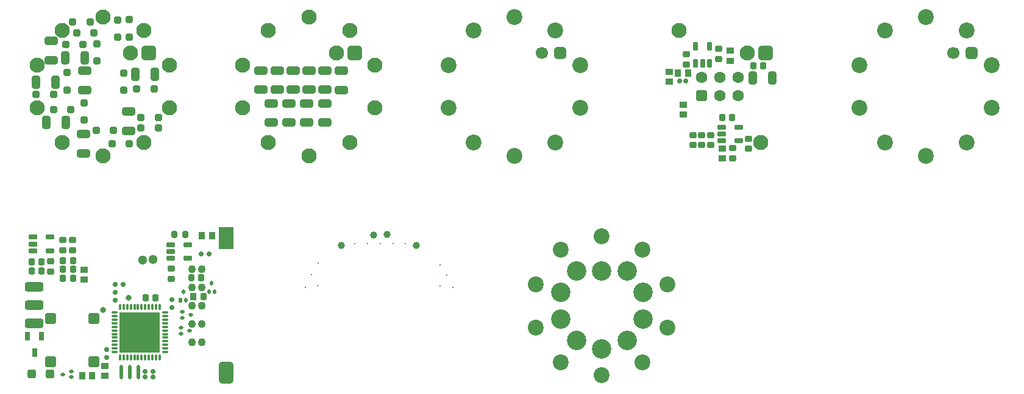
<source format=gts>
G04 Layer_Color=8388736*
%FSLAX25Y25*%
%MOIN*%
G70*
G01*
G75*
%ADD48C,0.03937*%
%ADD55C,0.03150*%
G04:AMPARAMS|DCode=86|XSize=70.87mil|YSize=47.24mil|CornerRadius=12.8mil|HoleSize=0mil|Usage=FLASHONLY|Rotation=180.000|XOffset=0mil|YOffset=0mil|HoleType=Round|Shape=RoundedRectangle|*
%AMROUNDEDRECTD86*
21,1,0.07087,0.02165,0,0,180.0*
21,1,0.04528,0.04724,0,0,180.0*
1,1,0.02559,-0.02264,0.01083*
1,1,0.02559,0.02264,0.01083*
1,1,0.02559,0.02264,-0.01083*
1,1,0.02559,-0.02264,-0.01083*
%
%ADD86ROUNDEDRECTD86*%
%ADD87R,0.03937X0.03543*%
G04:AMPARAMS|DCode=88|XSize=27.56mil|YSize=47.24mil|CornerRadius=7.87mil|HoleSize=0mil|Usage=FLASHONLY|Rotation=90.000|XOffset=0mil|YOffset=0mil|HoleType=Round|Shape=RoundedRectangle|*
%AMROUNDEDRECTD88*
21,1,0.02756,0.03150,0,0,90.0*
21,1,0.01181,0.04724,0,0,90.0*
1,1,0.01575,0.01575,0.00591*
1,1,0.01575,0.01575,-0.00591*
1,1,0.01575,-0.01575,-0.00591*
1,1,0.01575,-0.01575,0.00591*
%
%ADD88ROUNDEDRECTD88*%
G04:AMPARAMS|DCode=89|XSize=39.37mil|YSize=35.43mil|CornerRadius=9.84mil|HoleSize=0mil|Usage=FLASHONLY|Rotation=180.000|XOffset=0mil|YOffset=0mil|HoleType=Round|Shape=RoundedRectangle|*
%AMROUNDEDRECTD89*
21,1,0.03937,0.01575,0,0,180.0*
21,1,0.01969,0.03543,0,0,180.0*
1,1,0.01969,-0.00984,0.00787*
1,1,0.01969,0.00984,0.00787*
1,1,0.01969,0.00984,-0.00787*
1,1,0.01969,-0.00984,-0.00787*
%
%ADD89ROUNDEDRECTD89*%
G04:AMPARAMS|DCode=90|XSize=39.37mil|YSize=35.43mil|CornerRadius=9.84mil|HoleSize=0mil|Usage=FLASHONLY|Rotation=90.000|XOffset=0mil|YOffset=0mil|HoleType=Round|Shape=RoundedRectangle|*
%AMROUNDEDRECTD90*
21,1,0.03937,0.01575,0,0,90.0*
21,1,0.01969,0.03543,0,0,90.0*
1,1,0.01969,0.00787,0.00984*
1,1,0.01969,0.00787,-0.00984*
1,1,0.01969,-0.00787,-0.00984*
1,1,0.01969,-0.00787,0.00984*
%
%ADD90ROUNDEDRECTD90*%
G04:AMPARAMS|DCode=91|XSize=23.62mil|YSize=23.62mil|CornerRadius=6.89mil|HoleSize=0mil|Usage=FLASHONLY|Rotation=180.000|XOffset=0mil|YOffset=0mil|HoleType=Round|Shape=RoundedRectangle|*
%AMROUNDEDRECTD91*
21,1,0.02362,0.00984,0,0,180.0*
21,1,0.00984,0.02362,0,0,180.0*
1,1,0.01378,-0.00492,0.00492*
1,1,0.01378,0.00492,0.00492*
1,1,0.01378,0.00492,-0.00492*
1,1,0.01378,-0.00492,-0.00492*
%
%ADD91ROUNDEDRECTD91*%
G04:AMPARAMS|DCode=92|XSize=70.87mil|YSize=47.24mil|CornerRadius=12.8mil|HoleSize=0mil|Usage=FLASHONLY|Rotation=270.000|XOffset=0mil|YOffset=0mil|HoleType=Round|Shape=RoundedRectangle|*
%AMROUNDEDRECTD92*
21,1,0.07087,0.02165,0,0,270.0*
21,1,0.04528,0.04724,0,0,270.0*
1,1,0.02559,-0.01083,-0.02264*
1,1,0.02559,-0.01083,0.02264*
1,1,0.02559,0.01083,0.02264*
1,1,0.02559,0.01083,-0.02264*
%
%ADD92ROUNDEDRECTD92*%
G04:AMPARAMS|DCode=93|XSize=27.56mil|YSize=47.24mil|CornerRadius=7.87mil|HoleSize=0mil|Usage=FLASHONLY|Rotation=180.000|XOffset=0mil|YOffset=0mil|HoleType=Round|Shape=RoundedRectangle|*
%AMROUNDEDRECTD93*
21,1,0.02756,0.03150,0,0,180.0*
21,1,0.01181,0.04724,0,0,180.0*
1,1,0.01575,-0.00591,0.01575*
1,1,0.01575,0.00591,0.01575*
1,1,0.01575,0.00591,-0.01575*
1,1,0.01575,-0.00591,-0.01575*
%
%ADD93ROUNDEDRECTD93*%
%ADD94R,0.03543X0.03937*%
G04:AMPARAMS|DCode=95|XSize=39.37mil|YSize=39.37mil|CornerRadius=10.83mil|HoleSize=0mil|Usage=FLASHONLY|Rotation=270.000|XOffset=0mil|YOffset=0mil|HoleType=Round|Shape=RoundedRectangle|*
%AMROUNDEDRECTD95*
21,1,0.03937,0.01772,0,0,270.0*
21,1,0.01772,0.03937,0,0,270.0*
1,1,0.02165,-0.00886,-0.00886*
1,1,0.02165,-0.00886,0.00886*
1,1,0.02165,0.00886,0.00886*
1,1,0.02165,0.00886,-0.00886*
%
%ADD95ROUNDEDRECTD95*%
G04:AMPARAMS|DCode=96|XSize=39.37mil|YSize=39.37mil|CornerRadius=10.83mil|HoleSize=0mil|Usage=FLASHONLY|Rotation=0.000|XOffset=0mil|YOffset=0mil|HoleType=Round|Shape=RoundedRectangle|*
%AMROUNDEDRECTD96*
21,1,0.03937,0.01772,0,0,0.0*
21,1,0.01772,0.03937,0,0,0.0*
1,1,0.02165,0.00886,-0.00886*
1,1,0.02165,-0.00886,-0.00886*
1,1,0.02165,-0.00886,0.00886*
1,1,0.02165,0.00886,0.00886*
%
%ADD96ROUNDEDRECTD96*%
G04:AMPARAMS|DCode=97|XSize=23.62mil|YSize=27.56mil|CornerRadius=6.89mil|HoleSize=0mil|Usage=FLASHONLY|Rotation=90.000|XOffset=0mil|YOffset=0mil|HoleType=Round|Shape=RoundedRectangle|*
%AMROUNDEDRECTD97*
21,1,0.02362,0.01378,0,0,90.0*
21,1,0.00984,0.02756,0,0,90.0*
1,1,0.01378,0.00689,0.00492*
1,1,0.01378,0.00689,-0.00492*
1,1,0.01378,-0.00689,-0.00492*
1,1,0.01378,-0.00689,0.00492*
%
%ADD97ROUNDEDRECTD97*%
G04:AMPARAMS|DCode=98|XSize=39.37mil|YSize=31.5mil|CornerRadius=8.86mil|HoleSize=0mil|Usage=FLASHONLY|Rotation=90.000|XOffset=0mil|YOffset=0mil|HoleType=Round|Shape=RoundedRectangle|*
%AMROUNDEDRECTD98*
21,1,0.03937,0.01378,0,0,90.0*
21,1,0.02165,0.03150,0,0,90.0*
1,1,0.01772,0.00689,0.01083*
1,1,0.01772,0.00689,-0.01083*
1,1,0.01772,-0.00689,-0.01083*
1,1,0.01772,-0.00689,0.01083*
%
%ADD98ROUNDEDRECTD98*%
G04:AMPARAMS|DCode=99|XSize=29.53mil|YSize=47.24mil|CornerRadius=8.37mil|HoleSize=0mil|Usage=FLASHONLY|Rotation=90.000|XOffset=0mil|YOffset=0mil|HoleType=Round|Shape=RoundedRectangle|*
%AMROUNDEDRECTD99*
21,1,0.02953,0.03051,0,0,90.0*
21,1,0.01280,0.04724,0,0,90.0*
1,1,0.01673,0.01526,0.00640*
1,1,0.01673,0.01526,-0.00640*
1,1,0.01673,-0.01526,-0.00640*
1,1,0.01673,-0.01526,0.00640*
%
%ADD99ROUNDEDRECTD99*%
G04:AMPARAMS|DCode=100|XSize=48.94mil|YSize=48.94mil|CornerRadius=13.22mil|HoleSize=0mil|Usage=FLASHONLY|Rotation=90.000|XOffset=0mil|YOffset=0mil|HoleType=Round|Shape=RoundedRectangle|*
%AMROUNDEDRECTD100*
21,1,0.04894,0.02250,0,0,90.0*
21,1,0.02250,0.04894,0,0,90.0*
1,1,0.02644,0.01125,0.01125*
1,1,0.02644,0.01125,-0.01125*
1,1,0.02644,-0.01125,-0.01125*
1,1,0.02644,-0.01125,0.01125*
%
%ADD100ROUNDEDRECTD100*%
G04:AMPARAMS|DCode=101|XSize=17.72mil|YSize=25.59mil|CornerRadius=5.41mil|HoleSize=0mil|Usage=FLASHONLY|Rotation=270.000|XOffset=0mil|YOffset=0mil|HoleType=Round|Shape=RoundedRectangle|*
%AMROUNDEDRECTD101*
21,1,0.01772,0.01476,0,0,270.0*
21,1,0.00689,0.02559,0,0,270.0*
1,1,0.01083,-0.00738,-0.00345*
1,1,0.01083,-0.00738,0.00345*
1,1,0.01083,0.00738,0.00345*
1,1,0.01083,0.00738,-0.00345*
%
%ADD101ROUNDEDRECTD101*%
G04:AMPARAMS|DCode=102|XSize=23.62mil|YSize=27.56mil|CornerRadius=6.89mil|HoleSize=0mil|Usage=FLASHONLY|Rotation=0.000|XOffset=0mil|YOffset=0mil|HoleType=Round|Shape=RoundedRectangle|*
%AMROUNDEDRECTD102*
21,1,0.02362,0.01378,0,0,0.0*
21,1,0.00984,0.02756,0,0,0.0*
1,1,0.01378,0.00492,-0.00689*
1,1,0.01378,-0.00492,-0.00689*
1,1,0.01378,-0.00492,0.00689*
1,1,0.01378,0.00492,0.00689*
%
%ADD102ROUNDEDRECTD102*%
%ADD103O,0.01378X0.03740*%
%ADD104O,0.03740X0.01378*%
%ADD105R,0.22441X0.22441*%
G04:AMPARAMS|DCode=106|XSize=39.37mil|YSize=35.43mil|CornerRadius=0mil|HoleSize=0mil|Usage=FLASHONLY|Rotation=90.000|XOffset=0mil|YOffset=0mil|HoleType=Round|Shape=Octagon|*
%AMOCTAGOND106*
4,1,8,0.00886,0.01969,-0.00886,0.01969,-0.01772,0.01083,-0.01772,-0.01083,-0.00886,-0.01969,0.00886,-0.01969,0.01772,-0.01083,0.01772,0.01083,0.00886,0.01969,0.0*
%
%ADD106OCTAGOND106*%

G04:AMPARAMS|DCode=107|XSize=17.72mil|YSize=25.59mil|CornerRadius=5.41mil|HoleSize=0mil|Usage=FLASHONLY|Rotation=180.000|XOffset=0mil|YOffset=0mil|HoleType=Round|Shape=RoundedRectangle|*
%AMROUNDEDRECTD107*
21,1,0.01772,0.01476,0,0,180.0*
21,1,0.00689,0.02559,0,0,180.0*
1,1,0.01083,-0.00345,0.00738*
1,1,0.01083,0.00345,0.00738*
1,1,0.01083,0.00345,-0.00738*
1,1,0.01083,-0.00345,-0.00738*
%
%ADD107ROUNDEDRECTD107*%
G04:AMPARAMS|DCode=108|XSize=17.72mil|YSize=25.59mil|CornerRadius=0mil|HoleSize=0mil|Usage=FLASHONLY|Rotation=180.000|XOffset=0mil|YOffset=0mil|HoleType=Round|Shape=Octagon|*
%AMOCTAGOND108*
4,1,8,0.00443,-0.01280,-0.00443,-0.01280,-0.00886,-0.00837,-0.00886,0.00837,-0.00443,0.01280,0.00443,0.01280,0.00886,0.00837,0.00886,-0.00837,0.00443,-0.01280,0.0*
%
%ADD108OCTAGOND108*%

G04:AMPARAMS|DCode=109|XSize=19.69mil|YSize=78.74mil|CornerRadius=5.91mil|HoleSize=0mil|Usage=FLASHONLY|Rotation=180.000|XOffset=0mil|YOffset=0mil|HoleType=Round|Shape=RoundedRectangle|*
%AMROUNDEDRECTD109*
21,1,0.01969,0.06693,0,0,180.0*
21,1,0.00787,0.07874,0,0,180.0*
1,1,0.01181,-0.00394,0.03347*
1,1,0.01181,0.00394,0.03347*
1,1,0.01181,0.00394,-0.03347*
1,1,0.01181,-0.00394,-0.03347*
%
%ADD109ROUNDEDRECTD109*%
G04:AMPARAMS|DCode=110|XSize=62.99mil|YSize=62.99mil|CornerRadius=16.73mil|HoleSize=0mil|Usage=FLASHONLY|Rotation=180.000|XOffset=0mil|YOffset=0mil|HoleType=Round|Shape=RoundedRectangle|*
%AMROUNDEDRECTD110*
21,1,0.06299,0.02953,0,0,180.0*
21,1,0.02953,0.06299,0,0,180.0*
1,1,0.03347,-0.01476,0.01476*
1,1,0.03347,0.01476,0.01476*
1,1,0.03347,0.01476,-0.01476*
1,1,0.03347,-0.01476,-0.01476*
%
%ADD110ROUNDEDRECTD110*%
G04:AMPARAMS|DCode=111|XSize=102.36mil|YSize=51.18mil|CornerRadius=13.78mil|HoleSize=0mil|Usage=FLASHONLY|Rotation=180.000|XOffset=0mil|YOffset=0mil|HoleType=Round|Shape=RoundedRectangle|*
%AMROUNDEDRECTD111*
21,1,0.10236,0.02362,0,0,180.0*
21,1,0.07480,0.05118,0,0,180.0*
1,1,0.02756,-0.03740,0.01181*
1,1,0.02756,0.03740,0.01181*
1,1,0.02756,0.03740,-0.01181*
1,1,0.02756,-0.03740,-0.01181*
%
%ADD111ROUNDEDRECTD111*%
G04:AMPARAMS|DCode=112|XSize=122.05mil|YSize=82.68mil|CornerRadius=21.65mil|HoleSize=0mil|Usage=FLASHONLY|Rotation=270.000|XOffset=0mil|YOffset=0mil|HoleType=Round|Shape=RoundedRectangle|*
%AMROUNDEDRECTD112*
21,1,0.12205,0.03937,0,0,270.0*
21,1,0.07874,0.08268,0,0,270.0*
1,1,0.04331,-0.01969,-0.03937*
1,1,0.04331,-0.01969,0.03937*
1,1,0.04331,0.01969,0.03937*
1,1,0.04331,0.01969,-0.03937*
%
%ADD112ROUNDEDRECTD112*%
%ADD113R,0.08268X0.12205*%
%ADD114R,0.02559X0.04724*%
%ADD115C,0.10630*%
%ADD116C,0.08661*%
%ADD117C,0.00800*%
%ADD118C,0.08268*%
G04:AMPARAMS|DCode=119|XSize=82.68mil|YSize=82.68mil|CornerRadius=21.65mil|HoleSize=0mil|Usage=FLASHONLY|Rotation=180.000|XOffset=0mil|YOffset=0mil|HoleType=Round|Shape=RoundedRectangle|*
%AMROUNDEDRECTD119*
21,1,0.08268,0.03937,0,0,180.0*
21,1,0.03937,0.08268,0,0,180.0*
1,1,0.04331,-0.01969,0.01969*
1,1,0.04331,0.01969,0.01969*
1,1,0.04331,0.01969,-0.01969*
1,1,0.04331,-0.01969,-0.01969*
%
%ADD119ROUNDEDRECTD119*%
G04:AMPARAMS|DCode=120|XSize=66.93mil|YSize=66.93mil|CornerRadius=18.7mil|HoleSize=0mil|Usage=FLASHONLY|Rotation=180.000|XOffset=0mil|YOffset=0mil|HoleType=Round|Shape=RoundedRectangle|*
%AMROUNDEDRECTD120*
21,1,0.06693,0.02953,0,0,180.0*
21,1,0.02953,0.06693,0,0,180.0*
1,1,0.03740,-0.01476,0.01476*
1,1,0.03740,0.01476,0.01476*
1,1,0.03740,0.01476,-0.01476*
1,1,0.03740,-0.01476,-0.01476*
%
%ADD120ROUNDEDRECTD120*%
%ADD121C,0.06693*%
%ADD122C,0.06299*%
%ADD123C,0.05118*%
%ADD124C,0.04331*%
D48*
X233189Y107677D02*
D03*
X192245D02*
D03*
X209863Y113386D02*
D03*
X217048Y113484D02*
D03*
D55*
X75886Y78888D02*
D03*
X61713Y72392D02*
D03*
D86*
X183194Y192815D02*
D03*
Y203445D02*
D03*
X174483Y192815D02*
D03*
Y203445D02*
D03*
X165773Y192815D02*
D03*
Y203445D02*
D03*
X157062Y192815D02*
D03*
Y203445D02*
D03*
X148351Y192815D02*
D03*
Y203445D02*
D03*
X153863Y174803D02*
D03*
Y185433D02*
D03*
X163607Y174803D02*
D03*
Y185433D02*
D03*
X173351Y174803D02*
D03*
Y185433D02*
D03*
X183096Y174803D02*
D03*
Y185433D02*
D03*
X192151Y192717D02*
D03*
Y203346D02*
D03*
X51772Y192520D02*
D03*
Y203150D02*
D03*
X33563Y209055D02*
D03*
Y219685D02*
D03*
X51083Y157874D02*
D03*
Y168504D02*
D03*
X75984Y180905D02*
D03*
Y170276D02*
D03*
D87*
X371432Y197146D02*
D03*
Y202658D02*
D03*
X379306Y184744D02*
D03*
Y179232D02*
D03*
X404995Y208760D02*
D03*
Y214272D02*
D03*
X400566Y160728D02*
D03*
Y155217D02*
D03*
X62992Y41683D02*
D03*
Y36171D02*
D03*
X51415Y88891D02*
D03*
Y94402D02*
D03*
D88*
X400074Y172441D02*
D03*
Y168701D02*
D03*
Y164961D02*
D03*
X409523D02*
D03*
Y172441D02*
D03*
D89*
X414838Y160531D02*
D03*
Y166043D02*
D03*
X398401Y209646D02*
D03*
Y215158D02*
D03*
X394070Y162599D02*
D03*
Y168110D02*
D03*
X380881Y206693D02*
D03*
Y212205D02*
D03*
X406270Y160825D02*
D03*
Y155313D02*
D03*
X389247Y162599D02*
D03*
Y168110D02*
D03*
X384424D02*
D03*
Y162599D02*
D03*
X99114Y94931D02*
D03*
Y89419D02*
D03*
X39961Y110482D02*
D03*
Y104971D02*
D03*
X45079Y110482D02*
D03*
Y104971D02*
D03*
X33268Y93356D02*
D03*
Y98868D02*
D03*
D90*
X405881Y177559D02*
D03*
X400369D02*
D03*
X422908Y205807D02*
D03*
X417397D02*
D03*
X116732Y79478D02*
D03*
X85138Y78888D02*
D03*
X90650D02*
D03*
X115551Y89912D02*
D03*
X39961Y99459D02*
D03*
X45472D02*
D03*
X39961Y94538D02*
D03*
X45472D02*
D03*
X22736Y98671D02*
D03*
X28248D02*
D03*
X22736Y93553D02*
D03*
X28248D02*
D03*
X45472Y89616D02*
D03*
X39961D02*
D03*
D91*
X380566Y197539D02*
D03*
X377259D02*
D03*
D92*
X417200Y199409D02*
D03*
X427830D02*
D03*
X51968Y210138D02*
D03*
X41339D02*
D03*
X35925Y197047D02*
D03*
X25295D02*
D03*
X41535Y174803D02*
D03*
X30906D02*
D03*
X90256Y201280D02*
D03*
X79626D02*
D03*
D93*
X385999Y207185D02*
D03*
X389739D02*
D03*
X393479D02*
D03*
Y216634D02*
D03*
X385999D02*
D03*
D94*
X381865Y201969D02*
D03*
X376353D02*
D03*
X111221Y79478D02*
D03*
X121441Y112935D02*
D03*
X115929D02*
D03*
X55996Y36262D02*
D03*
X50484D02*
D03*
D95*
X82579Y177461D02*
D03*
X92028D02*
D03*
X92126Y171949D02*
D03*
X82677D02*
D03*
X76279Y163287D02*
D03*
X66831D02*
D03*
X67520Y170571D02*
D03*
X58071D02*
D03*
X89764Y193307D02*
D03*
X80315D02*
D03*
X44291Y182087D02*
D03*
X34843D02*
D03*
X25295Y190354D02*
D03*
X34744D02*
D03*
X50886Y217520D02*
D03*
X41437D02*
D03*
X47441Y223917D02*
D03*
X56890D02*
D03*
X54724Y229921D02*
D03*
X45276D02*
D03*
D96*
X73327Y192520D02*
D03*
Y201969D02*
D03*
X51673Y176280D02*
D03*
Y185728D02*
D03*
X76083Y221752D02*
D03*
Y231201D02*
D03*
X69980Y231102D02*
D03*
Y221654D02*
D03*
X42126Y192717D02*
D03*
Y202165D02*
D03*
X58661Y208465D02*
D03*
Y217913D02*
D03*
D97*
X115472Y102805D02*
D03*
X119764D02*
D03*
X68425Y86171D02*
D03*
X72716D02*
D03*
X89055Y38533D02*
D03*
X84764D02*
D03*
X89153Y35482D02*
D03*
X84862D02*
D03*
D98*
X100787Y113534D02*
D03*
X106693D02*
D03*
D99*
X98819Y108120D02*
D03*
Y104380D02*
D03*
Y100640D02*
D03*
X108268D02*
D03*
Y108120D02*
D03*
X23425Y112156D02*
D03*
Y108415D02*
D03*
Y104675D02*
D03*
X32874D02*
D03*
Y112156D02*
D03*
D100*
X32933Y37156D02*
D03*
X22933D02*
D03*
D101*
X44488Y35482D02*
D03*
Y38632D02*
D03*
X39764Y37057D02*
D03*
X105118Y71211D02*
D03*
Y68061D02*
D03*
X109843Y69636D02*
D03*
X104626Y62549D02*
D03*
Y59400D02*
D03*
X109350Y60975D02*
D03*
D102*
X63976Y46329D02*
D03*
Y50620D02*
D03*
X68602Y77727D02*
D03*
Y82018D02*
D03*
X99606Y78081D02*
D03*
Y73790D02*
D03*
D103*
X71161Y46309D02*
D03*
X73130D02*
D03*
X75098D02*
D03*
X77067D02*
D03*
X79035D02*
D03*
X81004D02*
D03*
X82972D02*
D03*
X84941D02*
D03*
X86909D02*
D03*
X88878D02*
D03*
X90847D02*
D03*
X92815D02*
D03*
Y73868D02*
D03*
X90847D02*
D03*
X88878D02*
D03*
X86909D02*
D03*
X84941D02*
D03*
X82972D02*
D03*
X81004D02*
D03*
X79035D02*
D03*
X77067D02*
D03*
X75098D02*
D03*
X73130D02*
D03*
X71161D02*
D03*
D104*
X95768Y49262D02*
D03*
Y51230D02*
D03*
Y53199D02*
D03*
Y55167D02*
D03*
Y57136D02*
D03*
Y59104D02*
D03*
Y61073D02*
D03*
Y63041D02*
D03*
Y65010D02*
D03*
Y66978D02*
D03*
Y68947D02*
D03*
Y70915D02*
D03*
X68209D02*
D03*
Y68947D02*
D03*
Y66978D02*
D03*
Y65010D02*
D03*
Y63041D02*
D03*
Y61073D02*
D03*
Y59104D02*
D03*
Y57136D02*
D03*
Y55167D02*
D03*
Y53199D02*
D03*
Y51230D02*
D03*
Y49262D02*
D03*
D105*
X81988Y60089D02*
D03*
D106*
X110039Y89912D02*
D03*
D107*
X119783Y82234D02*
D03*
X122933D02*
D03*
X121358Y86959D02*
D03*
X107283Y77510D02*
D03*
X105709Y82234D02*
D03*
D108*
X104134Y77510D02*
D03*
D109*
X81201Y38337D02*
D03*
X76476D02*
D03*
X71752D02*
D03*
D110*
X33169Y67667D02*
D03*
X56791D02*
D03*
X33169Y44045D02*
D03*
X56791D02*
D03*
X389286Y189606D02*
D03*
D111*
X24114Y84803D02*
D03*
Y74803D02*
D03*
Y64803D02*
D03*
D112*
X129134Y37845D02*
D03*
D113*
Y111467D02*
D03*
D114*
X24409Y49104D02*
D03*
X20669Y57805D02*
D03*
X28150Y58002D02*
D03*
D115*
X334646Y93717D02*
D03*
X320761D02*
D03*
X357112Y67307D02*
D03*
X334646Y50984D02*
D03*
X357112Y81906D02*
D03*
X320761Y55496D02*
D03*
X348530Y93717D02*
D03*
X312180Y67307D02*
D03*
Y81906D02*
D03*
X348530Y55496D02*
D03*
D116*
X312211Y105251D02*
D03*
X298407Y86251D02*
D03*
Y62765D02*
D03*
X312211Y43765D02*
D03*
X334547Y36508D02*
D03*
X356883Y43765D02*
D03*
X370687Y62765D02*
D03*
Y86251D02*
D03*
X356883Y105251D02*
D03*
X334547Y112508D02*
D03*
X489377Y225329D02*
D03*
X475572Y206329D02*
D03*
Y182844D02*
D03*
X489377Y163844D02*
D03*
X511713Y156587D02*
D03*
X534048Y163844D02*
D03*
X547853Y182844D02*
D03*
Y206329D02*
D03*
X534048Y225329D02*
D03*
X511713Y232587D02*
D03*
X264524Y225329D02*
D03*
X250720Y206329D02*
D03*
Y182844D02*
D03*
X264524Y163844D02*
D03*
X286860Y156587D02*
D03*
X309196Y163844D02*
D03*
X323000Y182844D02*
D03*
Y206329D02*
D03*
X309196Y225329D02*
D03*
X286860Y232587D02*
D03*
D117*
X199659Y108661D02*
D03*
X227349D02*
D03*
X213504D02*
D03*
X179646Y97835D02*
D03*
X179252Y85630D02*
D03*
X172559Y84744D02*
D03*
X246280Y85335D02*
D03*
X249922Y91240D02*
D03*
X246182Y97047D02*
D03*
X206582Y108661D02*
D03*
X220427D02*
D03*
X253170Y84744D02*
D03*
X175906Y91732D02*
D03*
D118*
X189434Y212894D02*
D03*
X174434Y232587D02*
D03*
X196770Y225329D02*
D03*
X210574Y206329D02*
D03*
Y182844D02*
D03*
X196770Y163844D02*
D03*
X174434Y156587D02*
D03*
X152098Y163844D02*
D03*
X138294Y182844D02*
D03*
Y206329D02*
D03*
X152098Y225329D02*
D03*
X376951D02*
D03*
X421622Y163844D02*
D03*
X414286Y212894D02*
D03*
X62008Y232587D02*
D03*
X84344Y225329D02*
D03*
X98148Y206329D02*
D03*
Y182844D02*
D03*
X84344Y163844D02*
D03*
X62008Y156587D02*
D03*
X39672Y163844D02*
D03*
X25868Y182844D02*
D03*
Y206329D02*
D03*
X39672Y225329D02*
D03*
X77008Y212894D02*
D03*
D119*
X199434D02*
D03*
X424286D02*
D03*
X87008D02*
D03*
D120*
X536713D02*
D03*
X311860D02*
D03*
D121*
X526713D02*
D03*
X301860D02*
D03*
D122*
X389286Y199606D02*
D03*
X399286Y189606D02*
D03*
Y199606D02*
D03*
X409286Y189606D02*
D03*
Y199606D02*
D03*
D123*
X89075Y99852D02*
D03*
X83366Y99557D02*
D03*
D124*
X110454Y94612D02*
D03*
Y84612D02*
D03*
Y74612D02*
D03*
Y64612D02*
D03*
Y54612D02*
D03*
X115791D02*
D03*
Y94612D02*
D03*
Y64612D02*
D03*
Y84612D02*
D03*
Y74612D02*
D03*
M02*

</source>
